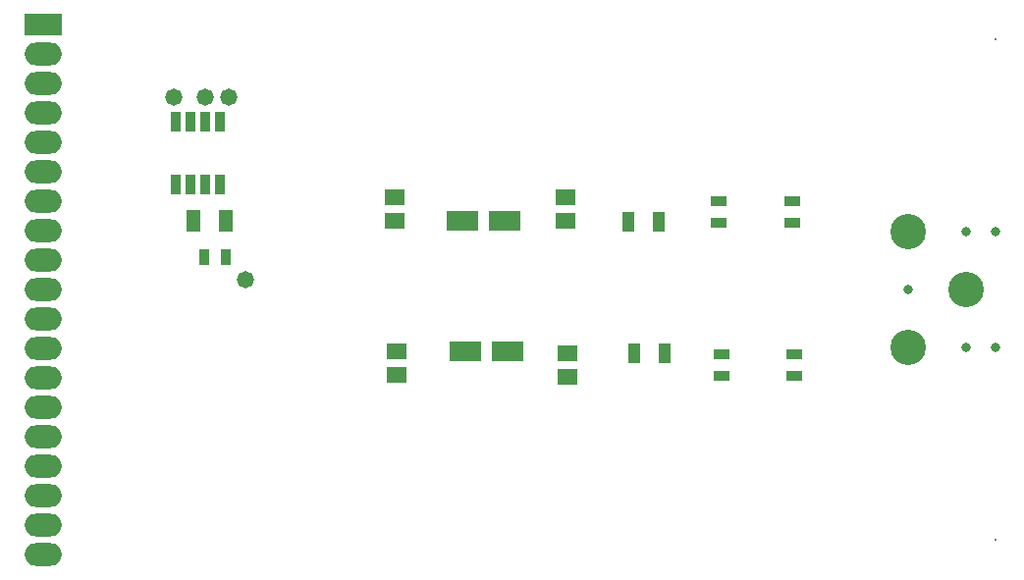
<source format=gbr>
%TF.GenerationSoftware,Altium Limited,Altium Designer,24.1.2 (44)*%
G04 Layer_Color=8388736*
%FSLAX45Y45*%
%MOMM*%
%TF.SameCoordinates,081E4AA9-6FF8-4DA1-966E-1EA6E075E410*%
%TF.FilePolarity,Negative*%
%TF.FileFunction,Soldermask,Top*%
%TF.Part,Single*%
G01*
G75*
%TA.AperFunction,SMDPad,CuDef*%
%ADD11R,1.40000X0.95000*%
%ADD15R,0.95000X1.40000*%
%ADD26R,1.75320X1.45320*%
%ADD27R,1.10320X1.75320*%
%ADD28R,2.80320X1.80320*%
%ADD29R,0.90320X1.72820*%
%ADD30R,1.15320X1.90320*%
%TA.AperFunction,WasherPad*%
%ADD31C,0.20320*%
%TA.AperFunction,ComponentPad*%
%ADD32C,3.05320*%
%ADD33C,0.80320*%
%ADD34R,3.20320X1.98320*%
%ADD35O,3.20320X1.98320*%
%TA.AperFunction,ViaPad*%
%ADD36C,1.47320*%
D11*
X6756400Y3117000D02*
D03*
Y3302000D02*
D03*
X6121400Y3120600D02*
D03*
Y3305600D02*
D03*
X6769100Y1984800D02*
D03*
Y1799800D02*
D03*
X6146800Y1984800D02*
D03*
Y1799800D02*
D03*
D15*
X1870500Y2819400D02*
D03*
X1685500D02*
D03*
D26*
X3327400Y3136000D02*
D03*
Y3341000D02*
D03*
X4800600Y3341000D02*
D03*
Y3136000D02*
D03*
X3340100Y2007500D02*
D03*
Y1802500D02*
D03*
X4813300Y1994800D02*
D03*
Y1789800D02*
D03*
D27*
X5606200Y3124200D02*
D03*
X5341200D02*
D03*
X5657000Y1993900D02*
D03*
X5392000D02*
D03*
D28*
X3934800Y2006600D02*
D03*
X4294800D02*
D03*
X3909400Y3136900D02*
D03*
X4269400D02*
D03*
D29*
X1816100Y3992300D02*
D03*
X1689100D02*
D03*
X1562100D02*
D03*
X1435100D02*
D03*
Y3449900D02*
D03*
X1562100D02*
D03*
X1689100D02*
D03*
X1816100D02*
D03*
D30*
X1587200Y3136900D02*
D03*
X1867200D02*
D03*
D31*
X8509000Y381000D02*
D03*
Y4699000D02*
D03*
D32*
X8255000Y2540000D02*
D03*
X7755000Y3040000D02*
D03*
Y2040000D02*
D03*
D33*
X8505000D02*
D03*
X8255000D02*
D03*
X8505000Y3040000D02*
D03*
X8255000D02*
D03*
X7755000Y2540000D02*
D03*
D34*
X292100Y4826000D02*
D03*
D35*
Y4572000D02*
D03*
Y4318000D02*
D03*
Y4064000D02*
D03*
Y3810000D02*
D03*
Y3556000D02*
D03*
Y3302000D02*
D03*
Y3048000D02*
D03*
Y2794000D02*
D03*
Y2540000D02*
D03*
Y2286000D02*
D03*
Y2032000D02*
D03*
Y1778000D02*
D03*
Y1524000D02*
D03*
Y1270000D02*
D03*
Y1016000D02*
D03*
Y762000D02*
D03*
Y508000D02*
D03*
Y254000D02*
D03*
D36*
X1892300Y4203700D02*
D03*
X1422400D02*
D03*
X1689100D02*
D03*
X2038500Y2628900D02*
D03*
%TF.MD5,d8619e39e9de73abc16f7e98b0e5960d*%
M02*

</source>
